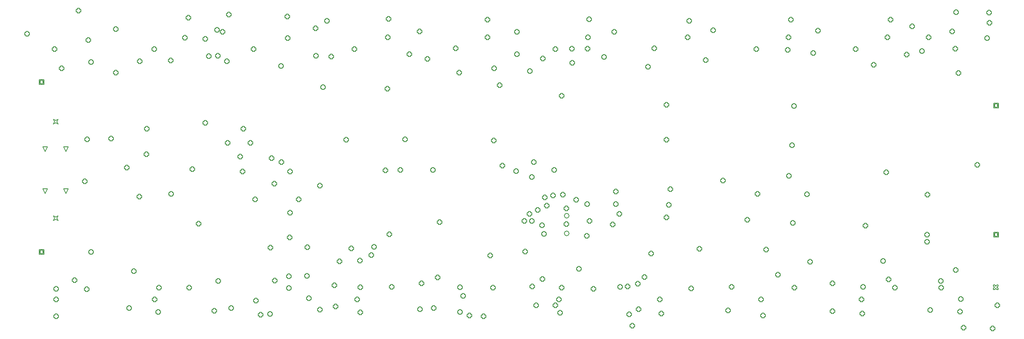
<source format=gbr>
%TF.GenerationSoftware,Altium Limited,Altium Designer,18.1.9 (240)*%
G04 Layer_Color=2752767*
%FSLAX26Y26*%
%MOIN*%
%TF.FileFunction,Drawing*%
%TF.Part,Single*%
G01*
G75*
%TA.AperFunction,NonConductor*%
%ADD91C,0.005000*%
%ADD107C,0.006667*%
D91*
X1228000Y4291000D02*
Y4331000D01*
X1268000D01*
Y4291000D01*
X1228000D01*
X1230000Y2848000D02*
Y2888000D01*
X1270000D01*
Y2848000D01*
X1230000D01*
X9337000Y2997000D02*
Y3037000D01*
X9377000D01*
Y2997000D01*
X9337000D01*
Y4093000D02*
Y4133000D01*
X9377000D01*
Y4093000D01*
X9337000D01*
X1280323Y3723449D02*
X1260323Y3763449D01*
X1300323D01*
X1280323Y3723449D01*
X1455520D02*
X1435520Y3763449D01*
X1475520D01*
X1455520Y3723449D01*
X1248000Y4291000D02*
X1258000Y4301000D01*
X1268000D01*
X1258000Y4311000D01*
X1268000Y4321000D01*
X1258000D01*
X1248000Y4331000D01*
X1238000Y4321000D01*
X1228000D01*
X1238000Y4311000D01*
X1228000Y4301000D01*
X1238000D01*
X1248000Y4291000D01*
X1250000Y2848000D02*
X1260000Y2858000D01*
X1270000D01*
X1260000Y2868000D01*
X1270000Y2878000D01*
X1260000D01*
X1250000Y2888000D01*
X1240000Y2878000D01*
X1230000D01*
X1240000Y2868000D01*
X1230000Y2858000D01*
X1240000D01*
X1250000Y2848000D01*
X9357000Y2997000D02*
X9367000Y3007000D01*
X9377000D01*
X9367000Y3017000D01*
X9377000Y3027000D01*
X9367000D01*
X9357000Y3037000D01*
X9347000Y3027000D01*
X9337000D01*
X9347000Y3017000D01*
X9337000Y3007000D01*
X9347000D01*
X9357000Y2997000D01*
Y4093000D02*
X9367000Y4103000D01*
X9377000D01*
X9367000Y4113000D01*
X9377000Y4123000D01*
X9367000D01*
X9357000Y4133000D01*
X9347000Y4123000D01*
X9337000D01*
X9347000Y4113000D01*
X9337000Y4103000D01*
X9347000D01*
X9357000Y4093000D01*
X1280323Y3364394D02*
X1260323Y3404394D01*
X1300323D01*
X1280323Y3364394D01*
X1348000Y3133921D02*
X1358000Y3153921D01*
X1348000Y3173921D01*
X1368000Y3163921D01*
X1388000Y3173921D01*
X1378000Y3153921D01*
X1388000Y3133921D01*
X1368000Y3143921D01*
X1348000Y3133921D01*
Y3954000D02*
X1358000Y3974000D01*
X1348000Y3994000D01*
X1368000Y3984000D01*
X1388000Y3994000D01*
X1378000Y3974000D01*
X1388000Y3954000D01*
X1368000Y3964000D01*
X1348000Y3954000D01*
X1455520Y3364394D02*
X1435520Y3404394D01*
X1475520D01*
X1455520Y3364394D01*
X1828000Y3823000D02*
Y3813000D01*
X1848000D01*
Y3823000D01*
X1858000D01*
Y3843000D01*
X1848000D01*
Y3853000D01*
X1828000D01*
Y3843000D01*
X1818000D01*
Y3823000D01*
X1828000D01*
X4213000Y2562345D02*
Y2552345D01*
X4233000D01*
Y2562345D01*
X4243000D01*
Y2582345D01*
X4233000D01*
Y2592345D01*
X4213000D01*
Y2582345D01*
X4203000D01*
Y2562345D01*
X4213000D01*
X4821000Y2487000D02*
Y2477000D01*
X4841000D01*
Y2487000D01*
X4851000D01*
Y2507000D01*
X4841000D01*
Y2517000D01*
X4821000D01*
Y2507000D01*
X4811000D01*
Y2487000D01*
X4821000D01*
X5419732Y3621000D02*
Y3611000D01*
X5439732D01*
Y3621000D01*
X5449732D01*
Y3641000D01*
X5439732D01*
Y3651000D01*
X5419732D01*
Y3641000D01*
X5409732D01*
Y3621000D01*
X5419732D01*
X9355000Y2405000D02*
Y2395000D01*
X9375000D01*
Y2405000D01*
X9385000D01*
Y2425000D01*
X9375000D01*
Y2435000D01*
X9355000D01*
Y2425000D01*
X9345000D01*
Y2405000D01*
X9355000D01*
X9333000Y2547843D02*
X9343000D01*
X9353000Y2557843D01*
X9363000Y2547843D01*
X9373000D01*
Y2557843D01*
X9363000Y2567843D01*
X9373000Y2577843D01*
Y2587843D01*
X9363000D01*
X9353000Y2577843D01*
X9343000Y2587843D01*
X9333000D01*
Y2577843D01*
X9343000Y2567843D01*
X9333000Y2557843D01*
Y2547843D01*
X9291000Y4806000D02*
Y4796000D01*
X9311000D01*
Y4806000D01*
X9321000D01*
Y4826000D01*
X9311000D01*
Y4836000D01*
X9291000D01*
Y4826000D01*
X9281000D01*
Y4806000D01*
X9291000D01*
X5080000Y3807000D02*
Y3797000D01*
X5100000D01*
Y3807000D01*
X5110000D01*
Y3827000D01*
X5100000D01*
Y3837000D01*
X5080000D01*
Y3827000D01*
X5070000D01*
Y3807000D01*
X5080000D01*
X3602000Y3423000D02*
Y3413000D01*
X3622000D01*
Y3423000D01*
X3632000D01*
Y3443000D01*
X3622000D01*
Y3453000D01*
X3602000D01*
Y3443000D01*
X3592000D01*
Y3423000D01*
X3602000D01*
X3424000Y3306000D02*
Y3296000D01*
X3444000D01*
Y3306000D01*
X3454000D01*
Y3326000D01*
X3444000D01*
Y3336000D01*
X3424000D01*
Y3326000D01*
X3414000D01*
Y3306000D01*
X3424000D01*
X2341000Y3351000D02*
Y3341000D01*
X2361000D01*
Y3351000D01*
X2371000D01*
Y3371000D01*
X2361000D01*
Y3381000D01*
X2341000D01*
Y3371000D01*
X2331000D01*
Y3351000D01*
X2341000D01*
X2572575Y3098000D02*
Y3088000D01*
X2592575D01*
Y3098000D01*
X2602575D01*
Y3118000D01*
X2592575D01*
Y3128000D01*
X2572575D01*
Y3118000D01*
X2562575D01*
Y3098000D01*
X2572575D01*
X1624867Y3815000D02*
Y3805000D01*
X1644867D01*
Y3815000D01*
X1654867D01*
Y3835000D01*
X1644867D01*
Y3845000D01*
X1624867D01*
Y3835000D01*
X1614867D01*
Y3815000D01*
X1624867D01*
X2069000Y3328000D02*
Y3318000D01*
X2089000D01*
Y3328000D01*
X2099000D01*
Y3348000D01*
X2089000D01*
Y3358000D01*
X2069000D01*
Y3348000D01*
X2059000D01*
Y3328000D01*
X2069000D01*
X9187000Y3598000D02*
Y3588000D01*
X9207000D01*
Y3598000D01*
X9217000D01*
Y3618000D01*
X9207000D01*
Y3628000D01*
X9187000D01*
Y3618000D01*
X9177000D01*
Y3598000D01*
X9187000D01*
X7492000Y2666000D02*
Y2656000D01*
X7512000D01*
Y2666000D01*
X7522000D01*
Y2686000D01*
X7512000D01*
Y2696000D01*
X7492000D01*
Y2686000D01*
X7482000D01*
Y2666000D01*
X7492000D01*
X6358000Y2646000D02*
Y2636000D01*
X6378000D01*
Y2646000D01*
X6388000D01*
Y2666000D01*
X6378000D01*
Y2676000D01*
X6358000D01*
Y2666000D01*
X6348000D01*
Y2646000D01*
X6358000D01*
X5154000Y3593000D02*
Y3583000D01*
X5174000D01*
Y3593000D01*
X5184000D01*
Y3613000D01*
X5174000D01*
Y3623000D01*
X5154000D01*
Y3613000D01*
X5144000D01*
Y3593000D01*
X5154000D01*
X4618000Y3113000D02*
Y3103000D01*
X4638000D01*
Y3113000D01*
X4648000D01*
Y3133000D01*
X4638000D01*
Y3143000D01*
X4618000D01*
Y3133000D01*
X4608000D01*
Y3113000D01*
X4618000D01*
X5049000Y2829000D02*
Y2819000D01*
X5069000D01*
Y2829000D01*
X5079000D01*
Y2849000D01*
X5069000D01*
Y2859000D01*
X5049000D01*
Y2849000D01*
X5039000D01*
Y2829000D01*
X5049000D01*
X3218000Y2617000D02*
Y2607000D01*
X3238000D01*
Y2617000D01*
X3248000D01*
Y2637000D01*
X3238000D01*
Y2647000D01*
X3218000D01*
Y2637000D01*
X3208000D01*
Y2617000D01*
X3218000D01*
X1520000Y2618000D02*
Y2608000D01*
X1540000D01*
Y2618000D01*
X1550000D01*
Y2638000D01*
X1540000D01*
Y2648000D01*
X1520000D01*
Y2638000D01*
X1510000D01*
Y2618000D01*
X1520000D01*
X9025000Y4379000D02*
Y4369000D01*
X9045000D01*
Y4379000D01*
X9055000D01*
Y4399000D01*
X9045000D01*
Y4409000D01*
X9025000D01*
Y4399000D01*
X9015000D01*
Y4379000D01*
X9025000D01*
X8414000Y3536000D02*
Y3526000D01*
X8434000D01*
Y3536000D01*
X8444000D01*
Y3556000D01*
X8434000D01*
Y3566000D01*
X8414000D01*
Y3556000D01*
X8404000D01*
Y3536000D01*
X8414000D01*
X6117000Y3373000D02*
Y3363000D01*
X6137000D01*
Y3373000D01*
X6147000D01*
Y3393000D01*
X6137000D01*
Y3403000D01*
X6117000D01*
Y3393000D01*
X6107000D01*
Y3373000D01*
X6117000D01*
X9004000Y2707000D02*
Y2697000D01*
X9024000D01*
Y2707000D01*
X9034000D01*
Y2727000D01*
X9024000D01*
Y2737000D01*
X9004000D01*
Y2727000D01*
X8994000D01*
Y2707000D01*
X9004000D01*
X8759000Y2946000D02*
Y2936000D01*
X8779000D01*
Y2946000D01*
X8789000D01*
Y2966000D01*
X8779000D01*
Y2976000D01*
X8759000D01*
Y2966000D01*
X8749000D01*
Y2946000D01*
X8759000D01*
Y3006000D02*
Y2996000D01*
X8779000D01*
Y3006000D01*
X8789000D01*
Y3026000D01*
X8779000D01*
Y3036000D01*
X8759000D01*
Y3026000D01*
X8749000D01*
Y3006000D01*
X8759000D01*
X8879000Y2554000D02*
Y2544000D01*
X8899000D01*
Y2554000D01*
X8909000D01*
Y2574000D01*
X8899000D01*
Y2584000D01*
X8879000D01*
Y2574000D01*
X8869000D01*
Y2554000D01*
X8879000D01*
X7766843Y2774843D02*
Y2764843D01*
X7786843D01*
Y2774843D01*
X7796843D01*
Y2794843D01*
X7786843D01*
Y2804843D01*
X7766843D01*
Y2794843D01*
X7756843D01*
Y2774843D01*
X7766843D01*
X8386843Y2781843D02*
Y2771843D01*
X8406843D01*
Y2781843D01*
X8416843D01*
Y2801843D01*
X8406843D01*
Y2811843D01*
X8386843D01*
Y2801843D01*
X8376843D01*
Y2781843D01*
X8386843D01*
X8237000Y3082000D02*
Y3072000D01*
X8257000D01*
Y3082000D01*
X8267000D01*
Y3102000D01*
X8257000D01*
Y3112000D01*
X8237000D01*
Y3102000D01*
X8227000D01*
Y3082000D01*
X8237000D01*
X8432843Y2623843D02*
Y2613843D01*
X8452843D01*
Y2623843D01*
X8462843D01*
Y2643843D01*
X8452843D01*
Y2653843D01*
X8432843D01*
Y2643843D01*
X8422843D01*
Y2623843D01*
X8432843D01*
X8216843Y2560843D02*
Y2550843D01*
X8236843D01*
Y2560843D01*
X8246843D01*
Y2580843D01*
X8236843D01*
Y2590843D01*
X8216843D01*
Y2580843D01*
X8206843D01*
Y2560843D01*
X8216843D01*
X5495843Y4501843D02*
Y4491843D01*
X5515843D01*
Y4501843D01*
X5525843D01*
Y4521843D01*
X5515843D01*
Y4531843D01*
X5495843D01*
Y4521843D01*
X5485843D01*
Y4501843D01*
X5495843D01*
X5384843Y4396843D02*
Y4386843D01*
X5404843D01*
Y4396843D01*
X5414843D01*
Y4416843D01*
X5404843D01*
Y4426843D01*
X5384843D01*
Y4416843D01*
X5374843D01*
Y4396843D01*
X5384843D01*
X5744843Y4465843D02*
Y4455843D01*
X5764843D01*
Y4465843D01*
X5774843D01*
Y4485843D01*
X5764843D01*
Y4495843D01*
X5744843D01*
Y4485843D01*
X5734843D01*
Y4465843D01*
X5744843D01*
X5744000Y4584755D02*
Y4574755D01*
X5764000D01*
Y4584755D01*
X5774000D01*
Y4604755D01*
X5764000D01*
Y4614755D01*
X5744000D01*
Y4604755D01*
X5734000D01*
Y4584755D01*
X5744000D01*
X5874843Y4583843D02*
Y4573843D01*
X5894843D01*
Y4583843D01*
X5904843D01*
Y4603843D01*
X5894843D01*
Y4613843D01*
X5874843D01*
Y4603843D01*
X5864843D01*
Y4583843D01*
X5874843D01*
X4991843Y2311843D02*
Y2301843D01*
X5011843D01*
Y2311843D01*
X5021843D01*
Y2331843D01*
X5011843D01*
Y2341843D01*
X4991843D01*
Y2331843D01*
X4981843D01*
Y2311843D01*
X4991843D01*
X3277685Y3622843D02*
Y3612843D01*
X3297685D01*
Y3622843D01*
X3307685D01*
Y3642843D01*
X3297685D01*
Y3652843D01*
X3277685D01*
Y3642843D01*
X3267685D01*
Y3622843D01*
X3277685D01*
X3052000Y3307000D02*
Y3297000D01*
X3072000D01*
Y3307000D01*
X3082000D01*
Y3327000D01*
X3072000D01*
Y3337000D01*
X3052000D01*
Y3327000D01*
X3042000D01*
Y3307000D01*
X3052000D01*
X3215843Y3437843D02*
Y3427843D01*
X3235843D01*
Y3437843D01*
X3245843D01*
Y3457843D01*
X3235843D01*
Y3467843D01*
X3215843D01*
Y3457843D01*
X3205843D01*
Y3437843D01*
X3215843D01*
X1115843Y4712843D02*
Y4702843D01*
X1135843D01*
Y4712843D01*
X1145843D01*
Y4732843D01*
X1135843D01*
Y4742843D01*
X1115843D01*
Y4732843D01*
X1105843D01*
Y4712843D01*
X1115843D01*
X1409843Y4418843D02*
Y4408843D01*
X1429843D01*
Y4418843D01*
X1439843D01*
Y4438843D01*
X1429843D01*
Y4448843D01*
X1409843D01*
Y4438843D01*
X1399843D01*
Y4418843D01*
X1409843D01*
X1660843Y4471843D02*
Y4461843D01*
X1680843D01*
Y4471843D01*
X1690843D01*
Y4491843D01*
X1680843D01*
Y4501843D01*
X1660843D01*
Y4491843D01*
X1650843D01*
Y4471843D01*
X1660843D01*
X2073843Y4479843D02*
Y4469843D01*
X2093843D01*
Y4479843D01*
X2103843D01*
Y4499843D01*
X2093843D01*
Y4509843D01*
X2073843D01*
Y4499843D01*
X2063843D01*
Y4479843D01*
X2073843D01*
X2337843Y4485843D02*
Y4475843D01*
X2357843D01*
Y4485843D01*
X2367843D01*
Y4505843D01*
X2357843D01*
Y4515843D01*
X2337843D01*
Y4505843D01*
X2327843D01*
Y4485843D01*
X2337843D01*
X2629843Y4667843D02*
Y4657843D01*
X2649843D01*
Y4667843D01*
X2659843D01*
Y4687843D01*
X2649843D01*
Y4697843D01*
X2629843D01*
Y4687843D01*
X2619843D01*
Y4667843D01*
X2629843D01*
X2776843Y4728843D02*
Y4718843D01*
X2796843D01*
Y4728843D01*
X2806843D01*
Y4748843D01*
X2796843D01*
Y4758843D01*
X2776843D01*
Y4748843D01*
X2766843D01*
Y4728843D01*
X2776843D01*
X2811843Y4477843D02*
Y4467843D01*
X2831843D01*
Y4477843D01*
X2841843D01*
Y4497843D01*
X2831843D01*
Y4507843D01*
X2811843D01*
Y4497843D01*
X2801843D01*
Y4477843D01*
X2811843D01*
X2660843Y4522843D02*
Y4512843D01*
X2680843D01*
Y4522843D01*
X2690843D01*
Y4542843D01*
X2680843D01*
Y4552843D01*
X2660843D01*
Y4542843D01*
X2650843D01*
Y4522843D01*
X2660843D01*
X3271843Y4437549D02*
Y4427549D01*
X3291843D01*
Y4437549D01*
X3301843D01*
Y4457549D01*
X3291843D01*
Y4467549D01*
X3271843D01*
Y4457549D01*
X3261843D01*
Y4437549D01*
X3271843D01*
X4362843Y4537843D02*
Y4527843D01*
X4382843D01*
Y4537843D01*
X4392843D01*
Y4557843D01*
X4382843D01*
Y4567843D01*
X4362843D01*
Y4557843D01*
X4352843D01*
Y4537843D01*
X4362843D01*
X4177000Y4246000D02*
Y4236000D01*
X4197000D01*
Y4246000D01*
X4207000D01*
Y4266000D01*
X4197000D01*
Y4276000D01*
X4177000D01*
Y4266000D01*
X4167000D01*
Y4246000D01*
X4177000D01*
X4784843Y4381843D02*
Y4371843D01*
X4804843D01*
Y4381843D01*
X4814843D01*
Y4401843D01*
X4804843D01*
Y4411843D01*
X4784843D01*
Y4401843D01*
X4774843D01*
Y4381843D01*
X4784843D01*
X5130843Y4274843D02*
Y4264843D01*
X5150843D01*
Y4274843D01*
X5160843D01*
Y4294843D01*
X5150843D01*
Y4304843D01*
X5130843D01*
Y4294843D01*
X5120843D01*
Y4274843D01*
X5130843D01*
X5082843Y4417843D02*
Y4407843D01*
X5102843D01*
Y4417843D01*
X5112843D01*
Y4437843D01*
X5102843D01*
Y4447843D01*
X5082843D01*
Y4437843D01*
X5072843D01*
Y4417843D01*
X5082843D01*
X6390843Y4431843D02*
Y4421843D01*
X6410843D01*
Y4431843D01*
X6420843D01*
Y4451843D01*
X6410843D01*
Y4461843D01*
X6390843D01*
Y4451843D01*
X6380843D01*
Y4431843D01*
X6390843D01*
X7577000Y4577000D02*
Y4567000D01*
X7597000D01*
Y4577000D01*
X7607000D01*
Y4597000D01*
X7597000D01*
Y4607000D01*
X7577000D01*
Y4597000D01*
X7567000D01*
Y4577000D01*
X7577000D01*
X8307000Y4449000D02*
Y4439000D01*
X8327000D01*
Y4449000D01*
X8337000D01*
Y4469000D01*
X8327000D01*
Y4479000D01*
X8307000D01*
Y4469000D01*
X8297000D01*
Y4449000D01*
X8307000D01*
X7628843Y4097843D02*
Y4087843D01*
X7648843D01*
Y4097843D01*
X7658843D01*
Y4117843D01*
X7648843D01*
Y4127843D01*
X7628843D01*
Y4117843D01*
X7618843D01*
Y4097843D01*
X7628843D01*
X6545843Y4107843D02*
Y4097843D01*
X6565843D01*
Y4107843D01*
X6575843D01*
Y4127843D01*
X6565843D01*
Y4137843D01*
X6545843D01*
Y4127843D01*
X6535843D01*
Y4107843D01*
X6545843D01*
Y3811843D02*
Y3801843D01*
X6565843D01*
Y3811843D01*
X6575843D01*
Y3831843D01*
X6565843D01*
Y3841843D01*
X6545843D01*
Y3831843D01*
X6535843D01*
Y3811843D01*
X6545843D01*
X7612843Y3764843D02*
Y3754843D01*
X7632843D01*
Y3764843D01*
X7642843D01*
Y3784843D01*
X7632843D01*
Y3794843D01*
X7612843D01*
Y3784843D01*
X7602843D01*
Y3764843D01*
X7612843D01*
X7587843Y3506843D02*
Y3496843D01*
X7607843D01*
Y3506843D01*
X7617843D01*
Y3526843D01*
X7607843D01*
Y3536843D01*
X7587843D01*
Y3526843D01*
X7577843D01*
Y3506843D01*
X7587843D01*
X7619843Y3104843D02*
Y3094843D01*
X7639843D01*
Y3104843D01*
X7649843D01*
Y3124843D01*
X7639843D01*
Y3134843D01*
X7619843D01*
Y3124843D01*
X7609843D01*
Y3104843D01*
X7619843D01*
X7392843Y2877843D02*
Y2867843D01*
X7412843D01*
Y2877843D01*
X7422843D01*
Y2897843D01*
X7412843D01*
Y2907843D01*
X7392843D01*
Y2897843D01*
X7382843D01*
Y2877843D01*
X7392843D01*
X6826843Y2884843D02*
Y2874843D01*
X6846843D01*
Y2884843D01*
X6856843D01*
Y2904843D01*
X6846843D01*
Y2914843D01*
X6826843D01*
Y2904843D01*
X6816843D01*
Y2884843D01*
X6826843D01*
X7026843Y3465843D02*
Y3455843D01*
X7046843D01*
Y3465843D01*
X7056843D01*
Y3485843D01*
X7046843D01*
Y3495843D01*
X7026843D01*
Y3485843D01*
X7016843D01*
Y3465843D01*
X7026843D01*
X6579843Y3391843D02*
Y3381843D01*
X6599843D01*
Y3391843D01*
X6609843D01*
Y3411843D01*
X6599843D01*
Y3421843D01*
X6579843D01*
Y3411843D01*
X6569843D01*
Y3391843D01*
X6579843D01*
X6567843Y3259843D02*
Y3249843D01*
X6587843D01*
Y3259843D01*
X6597843D01*
Y3279843D01*
X6587843D01*
Y3289843D01*
X6567843D01*
Y3279843D01*
X6557843D01*
Y3259843D01*
X6567843D01*
X6547843Y3150843D02*
Y3140843D01*
X6567843D01*
Y3150843D01*
X6577843D01*
Y3170843D01*
X6567843D01*
Y3180843D01*
X6547843D01*
Y3170843D01*
X6537843D01*
Y3150843D01*
X6547843D01*
X6147843Y3180843D02*
Y3170843D01*
X6167843D01*
Y3180843D01*
X6177843D01*
Y3200843D01*
X6167843D01*
Y3210843D01*
X6147843D01*
Y3200843D01*
X6137843D01*
Y3180843D01*
X6147843D01*
X5892843Y3120843D02*
Y3110843D01*
X5912843D01*
Y3120843D01*
X5922843D01*
Y3140843D01*
X5912843D01*
Y3150843D01*
X5892843D01*
Y3140843D01*
X5882843D01*
Y3120843D01*
X5892843D01*
X5780843Y3301843D02*
Y3291843D01*
X5800843D01*
Y3301843D01*
X5810843D01*
Y3321843D01*
X5800843D01*
Y3331843D01*
X5780843D01*
Y3321843D01*
X5770843D01*
Y3301843D01*
X5780843D01*
X5513843Y3320533D02*
Y3310533D01*
X5533843D01*
Y3320533D01*
X5543843D01*
Y3340533D01*
X5533843D01*
Y3350533D01*
X5513843D01*
Y3340533D01*
X5503843D01*
Y3320533D01*
X5513843D01*
X5697843Y3229843D02*
Y3219843D01*
X5717843D01*
Y3229843D01*
X5727843D01*
Y3249843D01*
X5717843D01*
Y3259843D01*
X5697843D01*
Y3249843D01*
X5687843D01*
Y3229843D01*
X5697843D01*
Y3093843D02*
Y3083843D01*
X5717843D01*
Y3093843D01*
X5727843D01*
Y3113843D01*
X5717843D01*
Y3123843D01*
X5697843D01*
Y3113843D01*
X5687843D01*
Y3093843D01*
X5697843D01*
X5870843Y2993843D02*
Y2983843D01*
X5890843D01*
Y2993843D01*
X5900843D01*
Y3013843D01*
X5890843D01*
Y3023843D01*
X5870843D01*
Y3013843D01*
X5860843D01*
Y2993843D01*
X5870843D01*
X5802843Y2716843D02*
Y2706843D01*
X5822843D01*
Y2716843D01*
X5832843D01*
Y2736843D01*
X5822843D01*
Y2746843D01*
X5802843D01*
Y2736843D01*
X5792843D01*
Y2716843D01*
X5802843D01*
X5657843Y2554843D02*
Y2544843D01*
X5677843D01*
Y2554843D01*
X5687843D01*
Y2574843D01*
X5677843D01*
Y2584843D01*
X5657843D01*
Y2574843D01*
X5647843D01*
Y2554843D01*
X5657843D01*
X5492145Y2627713D02*
Y2617713D01*
X5512145D01*
Y2627713D01*
X5522145D01*
Y2647713D01*
X5512145D01*
Y2657713D01*
X5492145D01*
Y2647713D01*
X5482145D01*
Y2627713D01*
X5492145D01*
X5601843Y2404843D02*
Y2394843D01*
X5621843D01*
Y2404843D01*
X5631843D01*
Y2424843D01*
X5621843D01*
Y2434843D01*
X5601843D01*
Y2424843D01*
X5591843D01*
Y2404843D01*
X5601843D01*
X4872843Y2319993D02*
Y2309993D01*
X4892843D01*
Y2319993D01*
X4902843D01*
Y2339993D01*
X4892843D01*
Y2349993D01*
X4872843D01*
Y2339993D01*
X4862843D01*
Y2319993D01*
X4872843D01*
X4791843Y2557843D02*
Y2547843D01*
X4811843D01*
Y2557843D01*
X4821843D01*
Y2577843D01*
X4811843D01*
Y2587843D01*
X4791843D01*
Y2577843D01*
X4781843D01*
Y2557843D01*
X4791843D01*
X4453843Y2371353D02*
Y2361353D01*
X4473843D01*
Y2371353D01*
X4483843D01*
Y2391353D01*
X4473843D01*
Y2401353D01*
X4453843D01*
Y2391353D01*
X4443843D01*
Y2371353D01*
X4453843D01*
X4467843Y2592508D02*
Y2582508D01*
X4487843D01*
Y2592508D01*
X4497843D01*
Y2612508D01*
X4487843D01*
Y2622508D01*
X4467843D01*
Y2612508D01*
X4457843D01*
Y2592508D01*
X4467843D01*
X3946843Y2557843D02*
Y2547843D01*
X3966843D01*
Y2557843D01*
X3976843D01*
Y2577843D01*
X3966843D01*
Y2587843D01*
X3946843D01*
Y2577843D01*
X3936843D01*
Y2557843D01*
X3946843D01*
X3495843Y2899843D02*
Y2889843D01*
X3515843D01*
Y2899843D01*
X3525843D01*
Y2919843D01*
X3515843D01*
Y2929843D01*
X3495843D01*
Y2919843D01*
X3485843D01*
Y2899843D01*
X3495843D01*
X3493843Y2656843D02*
Y2646843D01*
X3513843D01*
Y2656843D01*
X3523843D01*
Y2676843D01*
X3513843D01*
Y2686843D01*
X3493843D01*
Y2676843D01*
X3483843D01*
Y2656843D01*
X3493843D01*
X3509508Y2464843D02*
Y2454843D01*
X3529508D01*
Y2464843D01*
X3539508D01*
Y2484843D01*
X3529508D01*
Y2494843D01*
X3509508D01*
Y2484843D01*
X3499508D01*
Y2464843D01*
X3509508D01*
X3603843Y2368392D02*
Y2358392D01*
X3623843D01*
Y2368392D01*
X3633843D01*
Y2388392D01*
X3623843D01*
Y2398392D01*
X3603843D01*
Y2388392D01*
X3593843D01*
Y2368392D01*
X3603843D01*
X3178000Y2331000D02*
Y2321000D01*
X3198000D01*
Y2331000D01*
X3208000D01*
Y2351000D01*
X3198000D01*
Y2361000D01*
X3178000D01*
Y2351000D01*
X3168000D01*
Y2331000D01*
X3178000D01*
X3182843Y2893843D02*
Y2883843D01*
X3202843D01*
Y2893843D01*
X3212843D01*
Y2913843D01*
X3202843D01*
Y2923843D01*
X3182843D01*
Y2913843D01*
X3172843D01*
Y2893843D01*
X3182843D01*
X2740843Y2611843D02*
Y2601843D01*
X2760843D01*
Y2611843D01*
X2770843D01*
Y2631843D01*
X2760843D01*
Y2641843D01*
X2740843D01*
Y2631843D01*
X2730843D01*
Y2611843D01*
X2740843D01*
X2705843Y2359843D02*
Y2349843D01*
X2725843D01*
Y2359843D01*
X2735843D01*
Y2379843D01*
X2725843D01*
Y2389843D01*
X2705843D01*
Y2379843D01*
X2695843D01*
Y2359843D01*
X2705843D01*
X1661000Y2859000D02*
Y2849000D01*
X1681000D01*
Y2859000D01*
X1691000D01*
Y2879000D01*
X1681000D01*
Y2889000D01*
X1661000D01*
Y2879000D01*
X1651000D01*
Y2859000D01*
X1661000D01*
X2235063Y2555843D02*
Y2545843D01*
X2255063D01*
Y2555843D01*
X2265063D01*
Y2575843D01*
X2255063D01*
Y2585843D01*
X2235063D01*
Y2575843D01*
X2225063D01*
Y2555843D01*
X2235063D01*
X2022343Y2693843D02*
Y2683843D01*
X2042343D01*
Y2693843D01*
X2052343D01*
Y2713843D01*
X2042343D01*
Y2723843D01*
X2022343D01*
Y2713843D01*
X2012343D01*
Y2693843D01*
X2022343D01*
X1364000Y2545000D02*
Y2535000D01*
X1384000D01*
Y2545000D01*
X1394000D01*
Y2565000D01*
X1384000D01*
Y2575000D01*
X1364000D01*
Y2565000D01*
X1354000D01*
Y2545000D01*
X1364000D01*
X1606843Y3459843D02*
Y3449843D01*
X1626843D01*
Y3459843D01*
X1636843D01*
Y3479843D01*
X1626843D01*
Y3489843D01*
X1606843D01*
Y3479843D01*
X1596843D01*
Y3459843D01*
X1606843D01*
X1963843Y3576685D02*
Y3566685D01*
X1983843D01*
Y3576685D01*
X1993843D01*
Y3596685D01*
X1983843D01*
Y3606685D01*
X1963843D01*
Y3596685D01*
X1953843D01*
Y3576685D01*
X1963843D01*
X2518843Y3560867D02*
Y3550867D01*
X2538843D01*
Y3560867D01*
X2548843D01*
Y3580867D01*
X2538843D01*
Y3590867D01*
X2518843D01*
Y3580867D01*
X2508843D01*
Y3560867D01*
X2518843D01*
X2924843Y3667293D02*
Y3657293D01*
X2944843D01*
Y3667293D01*
X2954843D01*
Y3687293D01*
X2944843D01*
Y3697293D01*
X2924843D01*
Y3687293D01*
X2914843D01*
Y3667293D01*
X2924843D01*
X2819843Y3785685D02*
Y3775685D01*
X2839843D01*
Y3785685D01*
X2849843D01*
Y3805685D01*
X2839843D01*
Y3815685D01*
X2819843D01*
Y3805685D01*
X2809843D01*
Y3785685D01*
X2819843D01*
X3012843Y3784843D02*
Y3774843D01*
X3032843D01*
Y3784843D01*
X3042843D01*
Y3804843D01*
X3032843D01*
Y3814843D01*
X3012843D01*
Y3804843D01*
X3002843D01*
Y3784843D01*
X3012843D01*
X4326843Y3816843D02*
Y3806843D01*
X4346843D01*
Y3816843D01*
X4356843D01*
Y3836843D01*
X4346843D01*
Y3846843D01*
X4326843D01*
Y3836843D01*
X4316843D01*
Y3816843D01*
X4326843D01*
X3826843Y3812843D02*
Y3802843D01*
X3846843D01*
Y3812843D01*
X3856843D01*
Y3832843D01*
X3846843D01*
Y3842843D01*
X3826843D01*
Y3832843D01*
X3816843D01*
Y3812843D01*
X3826843D01*
X4286843Y3554843D02*
Y3544843D01*
X4306843D01*
Y3554843D01*
X4316843D01*
Y3574843D01*
X4306843D01*
Y3584843D01*
X4286843D01*
Y3574843D01*
X4276843D01*
Y3554843D01*
X4286843D01*
X4563843Y3555843D02*
Y3545843D01*
X4583843D01*
Y3555843D01*
X4593843D01*
Y3575843D01*
X4583843D01*
Y3585843D01*
X4563843D01*
Y3575843D01*
X4553843D01*
Y3555843D01*
X4563843D01*
X3351000Y3543000D02*
Y3533000D01*
X3371000D01*
Y3543000D01*
X3381000D01*
Y3563000D01*
X3371000D01*
Y3573000D01*
X3351000D01*
Y3563000D01*
X3341000D01*
Y3543000D01*
X3351000D01*
X4161000Y3551000D02*
Y3541000D01*
X4181000D01*
Y3551000D01*
X4191000D01*
Y3571000D01*
X4181000D01*
Y3581000D01*
X4161000D01*
Y3571000D01*
X4151000D01*
Y3551000D01*
X4161000D01*
X5656000Y4186000D02*
Y4176000D01*
X5676000D01*
Y4186000D01*
X5686000D01*
Y4206000D01*
X5676000D01*
Y4216000D01*
X5656000D01*
Y4206000D01*
X5646000D01*
Y4186000D01*
X5656000D01*
X8585000Y4534000D02*
Y4524000D01*
X8605000D01*
Y4534000D01*
X8615000D01*
Y4554000D01*
X8605000D01*
Y4564000D01*
X8585000D01*
Y4554000D01*
X8575000D01*
Y4534000D01*
X8585000D01*
X8633000Y4775000D02*
Y4765000D01*
X8653000D01*
Y4775000D01*
X8663000D01*
Y4795000D01*
X8653000D01*
Y4805000D01*
X8633000D01*
Y4795000D01*
X8623000D01*
Y4775000D01*
X8633000D01*
X5384000Y3183000D02*
Y3173000D01*
X5404000D01*
Y3183000D01*
X5414000D01*
Y3203000D01*
X5404000D01*
Y3213000D01*
X5384000D01*
Y3203000D01*
X5374000D01*
Y3183000D01*
X5384000D01*
X2946000Y3542000D02*
Y3532000D01*
X2966000D01*
Y3542000D01*
X2976000D01*
Y3562000D01*
X2966000D01*
Y3572000D01*
X2946000D01*
Y3562000D01*
X2936000D01*
Y3542000D01*
X2946000D01*
X3340000Y2653000D02*
Y2643000D01*
X3360000D01*
Y2653000D01*
X3370000D01*
Y2673000D01*
X3360000D01*
Y2683000D01*
X3340000D01*
Y2673000D01*
X3330000D01*
Y2653000D01*
X3340000D01*
X3347000Y2982000D02*
Y2972000D01*
X3367000D01*
Y2982000D01*
X3377000D01*
Y3002000D01*
X3367000D01*
Y3012000D01*
X3347000D01*
Y3002000D01*
X3337000D01*
Y2982000D01*
X3347000D01*
X3351000Y3191000D02*
Y3181000D01*
X3371000D01*
Y3191000D01*
X3381000D01*
Y3211000D01*
X3371000D01*
Y3221000D01*
X3351000D01*
Y3211000D01*
X3341000D01*
Y3191000D01*
X3351000D01*
X2630000Y3955000D02*
Y3945000D01*
X2650000D01*
Y3955000D01*
X2660000D01*
Y3975000D01*
X2650000D01*
Y3985000D01*
X2630000D01*
Y3975000D01*
X2620000D01*
Y3955000D01*
X2630000D01*
X3628000Y4259000D02*
Y4249000D01*
X3648000D01*
Y4259000D01*
X3658000D01*
Y4279000D01*
X3648000D01*
Y4289000D01*
X3628000D01*
Y4279000D01*
X3618000D01*
Y4259000D01*
X3628000D01*
X2828000Y4874000D02*
Y4864000D01*
X2848000D01*
Y4874000D01*
X2858000D01*
Y4894000D01*
X2848000D01*
Y4904000D01*
X2828000D01*
Y4894000D01*
X2818000D01*
Y4874000D01*
X2828000D01*
X3699000Y4518000D02*
Y4508000D01*
X3719000D01*
Y4518000D01*
X3729000D01*
Y4538000D01*
X3719000D01*
Y4548000D01*
X3699000D01*
Y4538000D01*
X3689000D01*
Y4518000D01*
X3699000D01*
X3663000Y4822000D02*
Y4812000D01*
X3683000D01*
Y4822000D01*
X3693000D01*
Y4842000D01*
X3683000D01*
Y4852000D01*
X3663000D01*
Y4842000D01*
X3653000D01*
Y4822000D01*
X3663000D01*
X8717000Y4564000D02*
Y4554000D01*
X8737000D01*
Y4564000D01*
X8747000D01*
Y4584000D01*
X8737000D01*
Y4594000D01*
X8717000D01*
Y4584000D01*
X8707000D01*
Y4564000D01*
X8717000D01*
X8772000Y4682000D02*
Y4672000D01*
X8792000D01*
Y4682000D01*
X8802000D01*
Y4702000D01*
X8792000D01*
Y4712000D01*
X8772000D01*
Y4702000D01*
X8762000D01*
Y4682000D01*
X8772000D01*
X8764000Y3344000D02*
Y3334000D01*
X8784000D01*
Y3344000D01*
X8794000D01*
Y3364000D01*
X8784000D01*
Y3374000D01*
X8764000D01*
Y3364000D01*
X8754000D01*
Y3344000D01*
X8764000D01*
X7233000Y3133000D02*
Y3123000D01*
X7253000D01*
Y3133000D01*
X7263000D01*
Y3153000D01*
X7253000D01*
Y3163000D01*
X7233000D01*
Y3153000D01*
X7223000D01*
Y3133000D01*
X7233000D01*
X7738000Y3350000D02*
Y3340000D01*
X7758000D01*
Y3350000D01*
X7768000D01*
Y3370000D01*
X7758000D01*
Y3380000D01*
X7738000D01*
Y3370000D01*
X7728000D01*
Y3350000D01*
X7738000D01*
X8786000Y2364000D02*
Y2354000D01*
X8806000D01*
Y2364000D01*
X8816000D01*
Y2384000D01*
X8806000D01*
Y2394000D01*
X8786000D01*
Y2384000D01*
X8776000D01*
Y2364000D01*
X8786000D01*
X8876000Y2612000D02*
Y2602000D01*
X8896000D01*
Y2612000D01*
X8906000D01*
Y2632000D01*
X8896000D01*
Y2642000D01*
X8876000D01*
Y2632000D01*
X8866000D01*
Y2612000D01*
X8876000D01*
X5594000Y3557000D02*
Y3547000D01*
X5614000D01*
Y3557000D01*
X5624000D01*
Y3577000D01*
X5614000D01*
Y3587000D01*
X5594000D01*
Y3577000D01*
X5584000D01*
Y3557000D01*
X5594000D01*
X5582842Y3338842D02*
Y3328842D01*
X5602842D01*
Y3338842D01*
X5612842D01*
Y3358842D01*
X5602842D01*
Y3368842D01*
X5582842D01*
Y3358842D01*
X5572842D01*
Y3338842D01*
X5582842D01*
X7321000Y3353000D02*
Y3343000D01*
X7341000D01*
Y3353000D01*
X7351000D01*
Y3373000D01*
X7341000D01*
Y3383000D01*
X7321000D01*
Y3373000D01*
X7311000D01*
Y3353000D01*
X7321000D01*
X5665000Y3345000D02*
Y3335000D01*
X5685000D01*
Y3345000D01*
X5695000D01*
Y3365000D01*
X5685000D01*
Y3375000D01*
X5665000D01*
Y3365000D01*
X5655000D01*
Y3345000D01*
X5665000D01*
X6117000Y3265000D02*
Y3255000D01*
X6137000D01*
Y3265000D01*
X6147000D01*
Y3285000D01*
X6137000D01*
Y3295000D01*
X6117000D01*
Y3285000D01*
X6107000D01*
Y3265000D01*
X6117000D01*
X5873000Y3267000D02*
Y3257000D01*
X5893000D01*
Y3267000D01*
X5903000D01*
Y3287000D01*
X5893000D01*
Y3297000D01*
X5873000D01*
Y3287000D01*
X5863000D01*
Y3267000D01*
X5873000D01*
X6415000Y2844000D02*
Y2834000D01*
X6435000D01*
Y2844000D01*
X6445000D01*
Y2864000D01*
X6435000D01*
Y2874000D01*
X6415000D01*
Y2864000D01*
X6405000D01*
Y2844000D01*
X6415000D01*
X6088000Y3093000D02*
Y3083000D01*
X6108000D01*
Y3093000D01*
X6118000D01*
Y3113000D01*
X6108000D01*
Y3123000D01*
X6088000D01*
Y3113000D01*
X6078000D01*
Y3093000D01*
X6088000D01*
X5345000Y2863000D02*
Y2853000D01*
X5365000D01*
Y2863000D01*
X5375000D01*
Y2883000D01*
X5365000D01*
Y2893000D01*
X5345000D01*
Y2883000D01*
X5335000D01*
Y2863000D01*
X5345000D01*
X5338000Y3122000D02*
Y3112000D01*
X5358000D01*
Y3122000D01*
X5368000D01*
Y3142000D01*
X5358000D01*
Y3152000D01*
X5338000D01*
Y3142000D01*
X5328000D01*
Y3122000D01*
X5338000D01*
X5403000D02*
Y3112000D01*
X5423000D01*
Y3122000D01*
X5433000D01*
Y3142000D01*
X5423000D01*
Y3152000D01*
X5403000D01*
Y3142000D01*
X5393000D01*
Y3122000D01*
X5403000D01*
X5507000Y3012000D02*
Y3002000D01*
X5527000D01*
Y3012000D01*
X5537000D01*
Y3032000D01*
X5527000D01*
Y3042000D01*
X5507000D01*
Y3032000D01*
X5497000D01*
Y3012000D01*
X5507000D01*
X5529000Y3252000D02*
Y3242000D01*
X5549000D01*
Y3252000D01*
X5559000D01*
Y3272000D01*
X5549000D01*
Y3282000D01*
X5529000D01*
Y3272000D01*
X5519000D01*
Y3252000D01*
X5529000D01*
X5489000Y3087000D02*
Y3077000D01*
X5509000D01*
Y3087000D01*
X5519000D01*
Y3107000D01*
X5509000D01*
Y3117000D01*
X5489000D01*
Y3107000D01*
X5479000D01*
Y3087000D01*
X5489000D01*
X5454000Y3216000D02*
Y3206000D01*
X5474000D01*
Y3216000D01*
X5484000D01*
Y3236000D01*
X5474000D01*
Y3246000D01*
X5454000D01*
Y3236000D01*
X5444000D01*
Y3216000D01*
X5454000D01*
X5270000Y3544000D02*
Y3534000D01*
X5290000D01*
Y3544000D01*
X5300000D01*
Y3564000D01*
X5290000D01*
Y3574000D01*
X5270000D01*
Y3564000D01*
X5260000D01*
Y3544000D01*
X5270000D01*
X5402000Y3495000D02*
Y3485000D01*
X5422000D01*
Y3495000D01*
X5432000D01*
Y3515000D01*
X5422000D01*
Y3525000D01*
X5402000D01*
Y3515000D01*
X5392000D01*
Y3495000D01*
X5402000D01*
X3192000Y3655000D02*
Y3645000D01*
X3212000D01*
Y3655000D01*
X3222000D01*
Y3675000D01*
X3212000D01*
Y3685000D01*
X3192000D01*
Y3675000D01*
X3182000D01*
Y3655000D01*
X3192000D01*
X2954000Y3905000D02*
Y3895000D01*
X2974000D01*
Y3905000D01*
X2984000D01*
Y3925000D01*
X2974000D01*
Y3935000D01*
X2954000D01*
Y3925000D01*
X2944000D01*
Y3905000D01*
X2954000D01*
X7098000Y2562000D02*
Y2552000D01*
X7118000D01*
Y2562000D01*
X7128000D01*
Y2582000D01*
X7118000D01*
Y2592000D01*
X7098000D01*
Y2582000D01*
X7088000D01*
Y2562000D01*
X7098000D01*
X2133000Y3907000D02*
Y3897000D01*
X2153000D01*
Y3907000D01*
X2163000D01*
Y3927000D01*
X2153000D01*
Y3937000D01*
X2133000D01*
Y3927000D01*
X2123000D01*
Y3907000D01*
X2133000D01*
X2131000Y3690000D02*
Y3680000D01*
X2151000D01*
Y3690000D01*
X2161000D01*
Y3710000D01*
X2151000D01*
Y3720000D01*
X2131000D01*
Y3710000D01*
X2121000D01*
Y3690000D01*
X2131000D01*
X6304000Y2589000D02*
Y2579000D01*
X6324000D01*
Y2589000D01*
X6334000D01*
Y2609000D01*
X6324000D01*
Y2619000D01*
X6304000D01*
Y2609000D01*
X6294000D01*
Y2589000D01*
X6304000D01*
X6311000Y2372000D02*
Y2362000D01*
X6331000D01*
Y2372000D01*
X6341000D01*
Y2392000D01*
X6331000D01*
Y2402000D01*
X6311000D01*
Y2392000D01*
X6301000D01*
Y2372000D01*
X6311000D01*
X7071000Y2361000D02*
Y2351000D01*
X7091000D01*
Y2361000D01*
X7101000D01*
Y2381000D01*
X7091000D01*
Y2391000D01*
X7071000D01*
Y2381000D01*
X7061000D01*
Y2361000D01*
X7071000D01*
X7955000Y2591000D02*
Y2581000D01*
X7975000D01*
Y2591000D01*
X7985000D01*
Y2611000D01*
X7975000D01*
Y2621000D01*
X7955000D01*
Y2611000D01*
X7945000D01*
Y2591000D01*
X7955000D01*
Y2355000D02*
Y2345000D01*
X7975000D01*
Y2355000D01*
X7985000D01*
Y2375000D01*
X7975000D01*
Y2385000D01*
X7955000D01*
Y2375000D01*
X7945000D01*
Y2355000D01*
X7955000D01*
X7793000Y4549000D02*
Y4539000D01*
X7813000D01*
Y4549000D01*
X7823000D01*
Y4569000D01*
X7813000D01*
Y4579000D01*
X7793000D01*
Y4569000D01*
X7783000D01*
Y4549000D01*
X7793000D01*
X7832000Y4739000D02*
Y4729000D01*
X7852000D01*
Y4739000D01*
X7862000D01*
Y4759000D01*
X7852000D01*
Y4769000D01*
X7832000D01*
Y4759000D01*
X7822000D01*
Y4739000D01*
X7832000D01*
X6879000Y4490000D02*
Y4480000D01*
X6899000D01*
Y4490000D01*
X6909000D01*
Y4510000D01*
X6899000D01*
Y4520000D01*
X6879000D01*
Y4510000D01*
X6869000D01*
Y4490000D01*
X6879000D01*
X6943000Y4741000D02*
Y4731000D01*
X6963000D01*
Y4741000D01*
X6973000D01*
Y4761000D01*
X6963000D01*
Y4771000D01*
X6943000D01*
Y4761000D01*
X6933000D01*
Y4741000D01*
X6943000D01*
X6016000Y4514000D02*
Y4504000D01*
X6036000D01*
Y4514000D01*
X6046000D01*
Y4534000D01*
X6036000D01*
Y4544000D01*
X6016000D01*
Y4534000D01*
X6006000D01*
Y4514000D01*
X6016000D01*
X6104000Y4729000D02*
Y4719000D01*
X6124000D01*
Y4729000D01*
X6134000D01*
Y4749000D01*
X6124000D01*
Y4759000D01*
X6104000D01*
Y4749000D01*
X6094000D01*
Y4729000D01*
X6104000D01*
X5277000Y4540000D02*
Y4530000D01*
X5297000D01*
Y4540000D01*
X5307000D01*
Y4560000D01*
X5297000D01*
Y4570000D01*
X5277000D01*
Y4560000D01*
X5267000D01*
Y4540000D01*
X5277000D01*
Y4728000D02*
Y4718000D01*
X5297000D01*
Y4728000D01*
X5307000D01*
Y4748000D01*
X5297000D01*
Y4758000D01*
X5277000D01*
Y4748000D01*
X5267000D01*
Y4728000D01*
X5277000D01*
X4517000Y4500000D02*
Y4490000D01*
X4537000D01*
Y4500000D01*
X4547000D01*
Y4520000D01*
X4537000D01*
Y4530000D01*
X4517000D01*
Y4520000D01*
X4507000D01*
Y4500000D01*
X4517000D01*
X4450000Y4733000D02*
Y4723000D01*
X4470000D01*
Y4733000D01*
X4480000D01*
Y4753000D01*
X4470000D01*
Y4763000D01*
X4450000D01*
Y4753000D01*
X4440000D01*
Y4733000D01*
X4450000D01*
X3568000Y4526000D02*
Y4516000D01*
X3588000D01*
Y4526000D01*
X3598000D01*
Y4546000D01*
X3588000D01*
Y4556000D01*
X3568000D01*
Y4546000D01*
X3558000D01*
Y4526000D01*
X3568000D01*
X3566590Y4759409D02*
Y4749409D01*
X3586590D01*
Y4759409D01*
X3596590D01*
Y4779409D01*
X3586590D01*
Y4789409D01*
X3566590D01*
Y4779409D01*
X3556590D01*
Y4759409D01*
X3566590D01*
X2736000Y4524000D02*
Y4514000D01*
X2756000D01*
Y4524000D01*
X2766000D01*
Y4544000D01*
X2756000D01*
Y4554000D01*
X2736000D01*
Y4544000D01*
X2726000D01*
Y4524000D01*
X2736000D01*
X2731000Y4744000D02*
Y4734000D01*
X2751000D01*
Y4744000D01*
X2761000D01*
Y4764000D01*
X2751000D01*
Y4774000D01*
X2731000D01*
Y4764000D01*
X2721000D01*
Y4744000D01*
X2731000D01*
X1868000Y4382000D02*
Y4372000D01*
X1888000D01*
Y4382000D01*
X1898000D01*
Y4402000D01*
X1888000D01*
Y4412000D01*
X1868000D01*
Y4402000D01*
X1858000D01*
Y4382000D01*
X1868000D01*
Y4751000D02*
Y4741000D01*
X1888000D01*
Y4751000D01*
X1898000D01*
Y4771000D01*
X1888000D01*
Y4781000D01*
X1868000D01*
Y4771000D01*
X1858000D01*
Y4751000D01*
X1868000D01*
X1983000Y2383000D02*
Y2373000D01*
X2003000D01*
Y2383000D01*
X2013000D01*
Y2403000D01*
X2003000D01*
Y2413000D01*
X1983000D01*
Y2403000D01*
X1973000D01*
Y2383000D01*
X1983000D01*
X4192000Y3009000D02*
Y2999000D01*
X4212000D01*
Y3009000D01*
X4222000D01*
Y3029000D01*
X4212000D01*
Y3039000D01*
X4192000D01*
Y3029000D01*
X4182000D01*
Y3009000D01*
X4192000D01*
X4062000Y2901000D02*
Y2891000D01*
X4082000D01*
Y2901000D01*
X4092000D01*
Y2921000D01*
X4082000D01*
Y2931000D01*
X4062000D01*
Y2921000D01*
X4052000D01*
Y2901000D01*
X4062000D01*
X3869000Y2888000D02*
Y2878000D01*
X3889000D01*
Y2888000D01*
X3899000D01*
Y2908000D01*
X3889000D01*
Y2918000D01*
X3869000D01*
Y2908000D01*
X3859000D01*
Y2888000D01*
X3869000D01*
X2848000Y2383000D02*
Y2373000D01*
X2868000D01*
Y2383000D01*
X2878000D01*
Y2403000D01*
X2868000D01*
Y2413000D01*
X2848000D01*
Y2403000D01*
X2838000D01*
Y2383000D01*
X2848000D01*
X4041000Y2832000D02*
Y2822000D01*
X4061000D01*
Y2832000D01*
X4071000D01*
Y2852000D01*
X4061000D01*
Y2862000D01*
X4041000D01*
Y2852000D01*
X4031000D01*
Y2832000D01*
X4041000D01*
X3942000Y2787000D02*
Y2777000D01*
X3962000D01*
Y2787000D01*
X3972000D01*
Y2807000D01*
X3962000D01*
Y2817000D01*
X3942000D01*
Y2807000D01*
X3932000D01*
Y2787000D01*
X3942000D01*
X3768000Y2779000D02*
Y2769000D01*
X3788000D01*
Y2779000D01*
X3798000D01*
Y2799000D01*
X3788000D01*
Y2809000D01*
X3768000D01*
Y2799000D01*
X3758000D01*
Y2779000D01*
X3768000D01*
X3736000Y2396000D02*
Y2386000D01*
X3756000D01*
Y2396000D01*
X3766000D01*
Y2416000D01*
X3756000D01*
Y2426000D01*
X3736000D01*
Y2416000D01*
X3726000D01*
Y2396000D01*
X3736000D01*
X3727000Y2577000D02*
Y2567000D01*
X3747000D01*
Y2577000D01*
X3757000D01*
Y2597000D01*
X3747000D01*
Y2607000D01*
X3727000D01*
Y2597000D01*
X3717000D01*
Y2577000D01*
X3727000D01*
X4603000Y2641000D02*
Y2631000D01*
X4623000D01*
Y2641000D01*
X4633000D01*
Y2661000D01*
X4623000D01*
Y2671000D01*
X4603000D01*
Y2661000D01*
X4593000D01*
Y2641000D01*
X4603000D01*
X4569000Y2383000D02*
Y2373000D01*
X4589000D01*
Y2383000D01*
X4599000D01*
Y2403000D01*
X4589000D01*
Y2413000D01*
X4569000D01*
Y2403000D01*
X4559000D01*
Y2383000D01*
X4569000D01*
X5405000Y2567000D02*
Y2557000D01*
X5425000D01*
Y2567000D01*
X5435000D01*
Y2587000D01*
X5425000D01*
Y2597000D01*
X5405000D01*
Y2587000D01*
X5395000D01*
Y2567000D01*
X5405000D01*
X5440000Y2405000D02*
Y2395000D01*
X5460000D01*
Y2405000D01*
X5470000D01*
Y2425000D01*
X5460000D01*
Y2435000D01*
X5440000D01*
Y2425000D01*
X5430000D01*
Y2405000D01*
X5440000D01*
X6230000Y2330000D02*
Y2320000D01*
X6250000D01*
Y2330000D01*
X6260000D01*
Y2350000D01*
X6250000D01*
Y2360000D01*
X6230000D01*
Y2350000D01*
X6220000D01*
Y2330000D01*
X6230000D01*
X6216000Y2566000D02*
Y2556000D01*
X6236000D01*
Y2566000D01*
X6246000D01*
Y2586000D01*
X6236000D01*
Y2596000D01*
X6216000D01*
Y2586000D01*
X6206000D01*
Y2566000D01*
X6216000D01*
X6256000Y2233000D02*
Y2223000D01*
X6276000D01*
Y2233000D01*
X6286000D01*
Y2253000D01*
X6276000D01*
Y2263000D01*
X6256000D01*
Y2253000D01*
X6246000D01*
Y2233000D01*
X6256000D01*
X6153000Y2563000D02*
Y2553000D01*
X6173000D01*
Y2563000D01*
X6183000D01*
Y2583000D01*
X6173000D01*
Y2593000D01*
X6153000D01*
Y2583000D01*
X6143000D01*
Y2563000D01*
X6153000D01*
X9000000Y4585850D02*
Y4575850D01*
X9020000D01*
Y4585850D01*
X9030000D01*
Y4605850D01*
X9020000D01*
Y4615850D01*
X9000000D01*
Y4605850D01*
X8990000D01*
Y4585850D01*
X9000000D01*
X8972000Y4733000D02*
Y4723000D01*
X8992000D01*
Y4733000D01*
X9002000D01*
Y4753000D01*
X8992000D01*
Y4763000D01*
X8972000D01*
Y4753000D01*
X8962000D01*
Y4733000D01*
X8972000D01*
X9005000Y4896000D02*
Y4886000D01*
X9025000D01*
Y4896000D01*
X9035000D01*
Y4916000D01*
X9025000D01*
Y4926000D01*
X9005000D01*
Y4916000D01*
X8995000D01*
Y4896000D01*
X9005000D01*
X9285000Y4893000D02*
Y4883000D01*
X9305000D01*
Y4893000D01*
X9315000D01*
Y4913000D01*
X9305000D01*
Y4923000D01*
X9285000D01*
Y4913000D01*
X9275000D01*
Y4893000D01*
X9285000D01*
X9270000Y4676000D02*
Y4666000D01*
X9290000D01*
Y4676000D01*
X9300000D01*
Y4696000D01*
X9290000D01*
Y4706000D01*
X9270000D01*
Y4696000D01*
X9260000D01*
Y4676000D01*
X9270000D01*
X8154000Y4583425D02*
Y4573425D01*
X8174000D01*
Y4583425D01*
X8184000D01*
Y4603425D01*
X8174000D01*
Y4613425D01*
X8154000D01*
Y4603425D01*
X8144000D01*
Y4583425D01*
X8154000D01*
X8450000Y4831000D02*
Y4821000D01*
X8470000D01*
Y4831000D01*
X8480000D01*
Y4851000D01*
X8470000D01*
Y4861000D01*
X8450000D01*
Y4851000D01*
X8440000D01*
Y4831000D01*
X8450000D01*
X8423000Y4681000D02*
Y4671000D01*
X8443000D01*
Y4681000D01*
X8453000D01*
Y4701000D01*
X8443000D01*
Y4711000D01*
X8423000D01*
Y4701000D01*
X8413000D01*
Y4681000D01*
X8423000D01*
X7308591Y4583000D02*
Y4573000D01*
X7328591D01*
Y4583000D01*
X7338591D01*
Y4603000D01*
X7328591D01*
Y4613000D01*
X7308591D01*
Y4603000D01*
X7298591D01*
Y4583000D01*
X7308591D01*
X7603000Y4831000D02*
Y4821000D01*
X7623000D01*
Y4831000D01*
X7633000D01*
Y4851000D01*
X7623000D01*
Y4861000D01*
X7603000D01*
Y4851000D01*
X7593000D01*
Y4831000D01*
X7603000D01*
X7583000Y4682000D02*
Y4672000D01*
X7603000D01*
Y4682000D01*
X7613000D01*
Y4702000D01*
X7603000D01*
Y4712000D01*
X7583000D01*
Y4702000D01*
X7573000D01*
Y4682000D01*
X7583000D01*
X6442000Y4588000D02*
Y4578000D01*
X6462000D01*
Y4588000D01*
X6472000D01*
Y4608000D01*
X6462000D01*
Y4618000D01*
X6442000D01*
Y4608000D01*
X6432000D01*
Y4588000D01*
X6442000D01*
X6739000Y4823000D02*
Y4813000D01*
X6759000D01*
Y4823000D01*
X6769000D01*
Y4843000D01*
X6759000D01*
Y4853000D01*
X6739000D01*
Y4843000D01*
X6729000D01*
Y4823000D01*
X6739000D01*
X6725000Y4683000D02*
Y4673000D01*
X6745000D01*
Y4683000D01*
X6755000D01*
Y4703000D01*
X6745000D01*
Y4713000D01*
X6725000D01*
Y4703000D01*
X6715000D01*
Y4683000D01*
X6725000D01*
X5604000Y4583425D02*
Y4573425D01*
X5624000D01*
Y4583425D01*
X5634000D01*
Y4603425D01*
X5624000D01*
Y4613425D01*
X5604000D01*
Y4603425D01*
X5594000D01*
Y4583425D01*
X5604000D01*
X5891000Y4836000D02*
Y4826000D01*
X5911000D01*
Y4836000D01*
X5921000D01*
Y4856000D01*
X5911000D01*
Y4866000D01*
X5891000D01*
Y4856000D01*
X5881000D01*
Y4836000D01*
X5891000D01*
X5881000Y4683000D02*
Y4673000D01*
X5901000D01*
Y4683000D01*
X5911000D01*
Y4703000D01*
X5901000D01*
Y4713000D01*
X5881000D01*
Y4703000D01*
X5871000D01*
Y4683000D01*
X5881000D01*
X4756409Y4589409D02*
Y4579409D01*
X4776409D01*
Y4589409D01*
X4786409D01*
Y4609409D01*
X4776409D01*
Y4619409D01*
X4756409D01*
Y4609409D01*
X4746409D01*
Y4589409D01*
X4756409D01*
X5025000Y4832000D02*
Y4822000D01*
X5045000D01*
Y4832000D01*
X5055000D01*
Y4852000D01*
X5045000D01*
Y4862000D01*
X5025000D01*
Y4852000D01*
X5015000D01*
Y4832000D01*
X5025000D01*
X5026000Y4683000D02*
Y4673000D01*
X5046000D01*
Y4683000D01*
X5056000D01*
Y4703000D01*
X5046000D01*
Y4713000D01*
X5026000D01*
Y4703000D01*
X5016000D01*
Y4683000D01*
X5026000D01*
X3896000Y4583000D02*
Y4573000D01*
X3916000D01*
Y4583000D01*
X3926000D01*
Y4603000D01*
X3916000D01*
Y4613000D01*
X3896000D01*
Y4603000D01*
X3886000D01*
Y4583000D01*
X3896000D01*
X4185000Y4838000D02*
Y4828000D01*
X4205000D01*
Y4838000D01*
X4215000D01*
Y4858000D01*
X4205000D01*
Y4868000D01*
X4185000D01*
Y4858000D01*
X4175000D01*
Y4838000D01*
X4185000D01*
X4178000Y4683000D02*
Y4673000D01*
X4198000D01*
Y4683000D01*
X4208000D01*
Y4703000D01*
X4198000D01*
Y4713000D01*
X4178000D01*
Y4703000D01*
X4168000D01*
Y4683000D01*
X4178000D01*
X3330000Y4677000D02*
Y4667000D01*
X3350000D01*
Y4677000D01*
X3360000D01*
Y4697000D01*
X3350000D01*
Y4707000D01*
X3330000D01*
Y4697000D01*
X3320000D01*
Y4677000D01*
X3330000D01*
X3038000Y4583000D02*
Y4573000D01*
X3058000D01*
Y4583000D01*
X3068000D01*
Y4603000D01*
X3058000D01*
Y4613000D01*
X3038000D01*
Y4603000D01*
X3028000D01*
Y4583000D01*
X3038000D01*
X3325000Y4858000D02*
Y4848000D01*
X3345000D01*
Y4858000D01*
X3355000D01*
Y4878000D01*
X3345000D01*
Y4888000D01*
X3325000D01*
Y4878000D01*
X3315000D01*
Y4858000D01*
X3325000D01*
X1351000Y4583000D02*
Y4573000D01*
X1371000D01*
Y4583000D01*
X1381000D01*
Y4603000D01*
X1371000D01*
Y4613000D01*
X1351000D01*
Y4603000D01*
X1341000D01*
Y4583000D01*
X1351000D01*
X1552000Y4908000D02*
Y4898000D01*
X1572000D01*
Y4908000D01*
X1582000D01*
Y4928000D01*
X1572000D01*
Y4938000D01*
X1552000D01*
Y4928000D01*
X1542000D01*
Y4908000D01*
X1552000D01*
X1635575Y4659575D02*
Y4649575D01*
X1655575D01*
Y4659575D01*
X1665575D01*
Y4679575D01*
X1655575D01*
Y4689575D01*
X1635575D01*
Y4679575D01*
X1625575D01*
Y4659575D01*
X1635575D01*
X2197000Y4583000D02*
Y4573000D01*
X2217000D01*
Y4583000D01*
X2227000D01*
Y4603000D01*
X2217000D01*
Y4613000D01*
X2197000D01*
Y4603000D01*
X2187000D01*
Y4583000D01*
X2197000D01*
X2485000Y4848000D02*
Y4838000D01*
X2505000D01*
Y4848000D01*
X2515000D01*
Y4868000D01*
X2505000D01*
Y4878000D01*
X2485000D01*
Y4868000D01*
X2475000D01*
Y4848000D01*
X2485000D01*
X2456000Y4680000D02*
Y4670000D01*
X2476000D01*
Y4680000D01*
X2486000D01*
Y4700000D01*
X2476000D01*
Y4710000D01*
X2456000D01*
Y4700000D01*
X2446000D01*
Y4680000D01*
X2456000D01*
X9070000Y2217000D02*
Y2207000D01*
X9090000D01*
Y2217000D01*
X9100000D01*
Y2237000D01*
X9090000D01*
Y2247000D01*
X9070000D01*
Y2237000D01*
X9060000D01*
Y2217000D01*
X9070000D01*
X9316819Y2209819D02*
Y2199819D01*
X9336819D01*
Y2209819D01*
X9346819D01*
Y2229819D01*
X9336819D01*
Y2239819D01*
X9316819D01*
Y2229819D01*
X9306819D01*
Y2209819D01*
X9316819D01*
X9038000Y2351000D02*
Y2341000D01*
X9058000D01*
Y2351000D01*
X9068000D01*
Y2371000D01*
X9058000D01*
Y2381000D01*
X9038000D01*
Y2371000D01*
X9028000D01*
Y2351000D01*
X9038000D01*
X9046000Y2459000D02*
Y2449000D01*
X9066000D01*
Y2459000D01*
X9076000D01*
Y2479000D01*
X9066000D01*
Y2489000D01*
X9046000D01*
Y2479000D01*
X9036000D01*
Y2459000D01*
X9046000D01*
X8487000Y2554000D02*
Y2544000D01*
X8507000D01*
Y2554000D01*
X8517000D01*
Y2574000D01*
X8507000D01*
Y2584000D01*
X8487000D01*
Y2574000D01*
X8477000D01*
Y2554000D01*
X8487000D01*
X8210000Y2335000D02*
Y2325000D01*
X8230000D01*
Y2335000D01*
X8240000D01*
Y2355000D01*
X8230000D01*
Y2365000D01*
X8210000D01*
Y2355000D01*
X8200000D01*
Y2335000D01*
X8210000D01*
X8202000Y2454000D02*
Y2444000D01*
X8222000D01*
Y2454000D01*
X8232000D01*
Y2474000D01*
X8222000D01*
Y2484000D01*
X8202000D01*
Y2474000D01*
X8192000D01*
Y2454000D01*
X8202000D01*
X7634425Y2554000D02*
Y2544000D01*
X7654425D01*
Y2554000D01*
X7664425D01*
Y2574000D01*
X7654425D01*
Y2584000D01*
X7634425D01*
Y2574000D01*
X7624425D01*
Y2554000D01*
X7634425D01*
X7365000Y2319000D02*
Y2309000D01*
X7385000D01*
Y2319000D01*
X7395000D01*
Y2339000D01*
X7385000D01*
Y2349000D01*
X7365000D01*
Y2339000D01*
X7355000D01*
Y2319000D01*
X7365000D01*
X7350000Y2454000D02*
Y2444000D01*
X7370000D01*
Y2454000D01*
X7380000D01*
Y2474000D01*
X7370000D01*
Y2484000D01*
X7350000D01*
Y2474000D01*
X7340000D01*
Y2454000D01*
X7350000D01*
X6757409Y2549591D02*
Y2539591D01*
X6777409D01*
Y2549591D01*
X6787409D01*
Y2569591D01*
X6777409D01*
Y2579591D01*
X6757409D01*
Y2569591D01*
X6747409D01*
Y2549591D01*
X6757409D01*
X6504000Y2334000D02*
Y2324000D01*
X6524000D01*
Y2334000D01*
X6534000D01*
Y2354000D01*
X6524000D01*
Y2364000D01*
X6504000D01*
Y2354000D01*
X6494000D01*
Y2334000D01*
X6504000D01*
X6490000Y2454000D02*
Y2444000D01*
X6510000D01*
Y2454000D01*
X6520000D01*
Y2474000D01*
X6510000D01*
Y2484000D01*
X6490000D01*
Y2474000D01*
X6480000D01*
Y2454000D01*
X6490000D01*
X5927591Y2544591D02*
Y2534591D01*
X5947591D01*
Y2544591D01*
X5957591D01*
Y2564591D01*
X5947591D01*
Y2574591D01*
X5927591D01*
Y2564591D01*
X5917591D01*
Y2544591D01*
X5927591D01*
X5643000Y2341000D02*
Y2331000D01*
X5663000D01*
Y2341000D01*
X5673000D01*
Y2361000D01*
X5663000D01*
Y2371000D01*
X5643000D01*
Y2361000D01*
X5633000D01*
Y2341000D01*
X5643000D01*
X5632000Y2454000D02*
Y2444000D01*
X5652000D01*
Y2454000D01*
X5662000D01*
Y2474000D01*
X5652000D01*
Y2484000D01*
X5632000D01*
Y2474000D01*
X5622000D01*
Y2454000D01*
X5632000D01*
X5072000Y2554000D02*
Y2544000D01*
X5092000D01*
Y2554000D01*
X5102000D01*
Y2574000D01*
X5092000D01*
Y2584000D01*
X5072000D01*
Y2574000D01*
X5062000D01*
Y2554000D01*
X5072000D01*
X4792000Y2348000D02*
Y2338000D01*
X4812000D01*
Y2348000D01*
X4822000D01*
Y2368000D01*
X4812000D01*
Y2378000D01*
X4792000D01*
Y2368000D01*
X4782000D01*
Y2348000D01*
X4792000D01*
X3945000Y2344000D02*
Y2334000D01*
X3965000D01*
Y2344000D01*
X3975000D01*
Y2364000D01*
X3965000D01*
Y2374000D01*
X3945000D01*
Y2364000D01*
X3935000D01*
Y2344000D01*
X3945000D01*
X3918000Y2454000D02*
Y2444000D01*
X3938000D01*
Y2454000D01*
X3948000D01*
Y2474000D01*
X3938000D01*
Y2484000D01*
X3918000D01*
Y2474000D01*
X3908000D01*
Y2454000D01*
X3918000D01*
X3339409Y2552591D02*
Y2542591D01*
X3359409D01*
Y2552591D01*
X3369409D01*
Y2572591D01*
X3359409D01*
Y2582591D01*
X3339409D01*
Y2572591D01*
X3329409D01*
Y2552591D01*
X3339409D01*
X3101000Y2327000D02*
Y2317000D01*
X3121000D01*
Y2327000D01*
X3131000D01*
Y2347000D01*
X3121000D01*
Y2357000D01*
X3101000D01*
Y2347000D01*
X3091000D01*
Y2327000D01*
X3101000D01*
X3060000Y2445000D02*
Y2435000D01*
X3080000D01*
Y2445000D01*
X3090000D01*
Y2465000D01*
X3080000D01*
Y2475000D01*
X3060000D01*
Y2465000D01*
X3050000D01*
Y2445000D01*
X3060000D01*
X1362000Y2311000D02*
Y2301000D01*
X1382000D01*
Y2311000D01*
X1392000D01*
Y2331000D01*
X1382000D01*
Y2341000D01*
X1362000D01*
Y2331000D01*
X1352000D01*
Y2311000D01*
X1362000D01*
X1624000Y2543000D02*
Y2533000D01*
X1644000D01*
Y2543000D01*
X1654000D01*
Y2563000D01*
X1644000D01*
Y2573000D01*
X1624000D01*
Y2563000D01*
X1614000D01*
Y2543000D01*
X1624000D01*
X1363000Y2455000D02*
Y2445000D01*
X1383000D01*
Y2455000D01*
X1393000D01*
Y2475000D01*
X1383000D01*
Y2485000D01*
X1363000D01*
Y2475000D01*
X1353000D01*
Y2455000D01*
X1363000D01*
X2231000Y2348000D02*
Y2338000D01*
X2251000D01*
Y2348000D01*
X2261000D01*
Y2368000D01*
X2251000D01*
Y2378000D01*
X2231000D01*
Y2368000D01*
X2221000D01*
Y2348000D01*
X2231000D01*
X2492000Y2554000D02*
Y2544000D01*
X2512000D01*
Y2554000D01*
X2522000D01*
Y2574000D01*
X2512000D01*
Y2584000D01*
X2492000D01*
Y2574000D01*
X2482000D01*
Y2554000D01*
X2492000D01*
X2201000Y2454000D02*
Y2444000D01*
X2221000D01*
Y2454000D01*
X2231000D01*
Y2474000D01*
X2221000D01*
Y2484000D01*
X2201000D01*
Y2474000D01*
X2191000D01*
Y2454000D01*
X2201000D01*
D107*
X5729000Y3176000D02*
G03*
X5729000Y3176000I-20000J0D01*
G01*
Y3026000D02*
G03*
X5729000Y3026000I-20000J0D01*
G01*
%TF.MD5,75be5379556a7afc99ba6e5092d8d6ff*%
M02*

</source>
